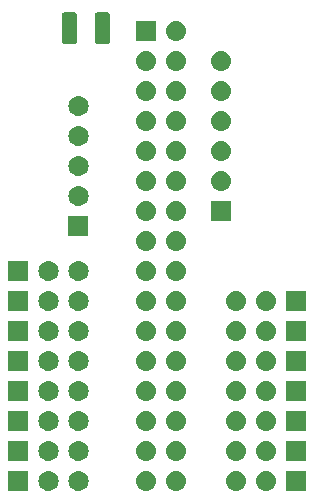
<source format=gbr>
G04 #@! TF.GenerationSoftware,KiCad,Pcbnew,(5.0.2)-1*
G04 #@! TF.CreationDate,2019-08-26T09:48:37-04:00*
G04 #@! TF.ProjectId,EPXX-GVS,45505858-2d47-4565-932e-6b696361645f,X2*
G04 #@! TF.SameCoordinates,Original*
G04 #@! TF.FileFunction,Soldermask,Top*
G04 #@! TF.FilePolarity,Negative*
%FSLAX46Y46*%
G04 Gerber Fmt 4.6, Leading zero omitted, Abs format (unit mm)*
G04 Created by KiCad (PCBNEW (5.0.2)-1) date 8/26/2019 9:48:37 AM*
%MOMM*%
%LPD*%
G01*
G04 APERTURE LIST*
%ADD10C,0.152400*%
G04 APERTURE END LIST*
D10*
G36*
X27520000Y-42760000D02*
X25820000Y-42760000D01*
X25820000Y-41060000D01*
X27520000Y-41060000D01*
X27520000Y-42760000D01*
X27520000Y-42760000D01*
G37*
G36*
X8421630Y-41072299D02*
X8581855Y-41120903D01*
X8729520Y-41199831D01*
X8858949Y-41306051D01*
X8965169Y-41435480D01*
X9044097Y-41583145D01*
X9092701Y-41743370D01*
X9109112Y-41910000D01*
X9092701Y-42076630D01*
X9044097Y-42236855D01*
X8965169Y-42384520D01*
X8858949Y-42513949D01*
X8729520Y-42620169D01*
X8581855Y-42699097D01*
X8421630Y-42747701D01*
X8296752Y-42760000D01*
X8213248Y-42760000D01*
X8088370Y-42747701D01*
X7928145Y-42699097D01*
X7780480Y-42620169D01*
X7651051Y-42513949D01*
X7544831Y-42384520D01*
X7465903Y-42236855D01*
X7417299Y-42076630D01*
X7400888Y-41910000D01*
X7417299Y-41743370D01*
X7465903Y-41583145D01*
X7544831Y-41435480D01*
X7651051Y-41306051D01*
X7780480Y-41199831D01*
X7928145Y-41120903D01*
X8088370Y-41072299D01*
X8213248Y-41060000D01*
X8296752Y-41060000D01*
X8421630Y-41072299D01*
X8421630Y-41072299D01*
G37*
G36*
X5881630Y-41072299D02*
X6041855Y-41120903D01*
X6189520Y-41199831D01*
X6318949Y-41306051D01*
X6425169Y-41435480D01*
X6504097Y-41583145D01*
X6552701Y-41743370D01*
X6569112Y-41910000D01*
X6552701Y-42076630D01*
X6504097Y-42236855D01*
X6425169Y-42384520D01*
X6318949Y-42513949D01*
X6189520Y-42620169D01*
X6041855Y-42699097D01*
X5881630Y-42747701D01*
X5756752Y-42760000D01*
X5673248Y-42760000D01*
X5548370Y-42747701D01*
X5388145Y-42699097D01*
X5240480Y-42620169D01*
X5111051Y-42513949D01*
X5004831Y-42384520D01*
X4925903Y-42236855D01*
X4877299Y-42076630D01*
X4860888Y-41910000D01*
X4877299Y-41743370D01*
X4925903Y-41583145D01*
X5004831Y-41435480D01*
X5111051Y-41306051D01*
X5240480Y-41199831D01*
X5388145Y-41120903D01*
X5548370Y-41072299D01*
X5673248Y-41060000D01*
X5756752Y-41060000D01*
X5881630Y-41072299D01*
X5881630Y-41072299D01*
G37*
G36*
X4025000Y-42760000D02*
X2325000Y-42760000D01*
X2325000Y-41060000D01*
X4025000Y-41060000D01*
X4025000Y-42760000D01*
X4025000Y-42760000D01*
G37*
G36*
X21756630Y-41072299D02*
X21916855Y-41120903D01*
X22064520Y-41199831D01*
X22193949Y-41306051D01*
X22300169Y-41435480D01*
X22379097Y-41583145D01*
X22427701Y-41743370D01*
X22444112Y-41910000D01*
X22427701Y-42076630D01*
X22379097Y-42236855D01*
X22300169Y-42384520D01*
X22193949Y-42513949D01*
X22064520Y-42620169D01*
X21916855Y-42699097D01*
X21756630Y-42747701D01*
X21631752Y-42760000D01*
X21548248Y-42760000D01*
X21423370Y-42747701D01*
X21263145Y-42699097D01*
X21115480Y-42620169D01*
X20986051Y-42513949D01*
X20879831Y-42384520D01*
X20800903Y-42236855D01*
X20752299Y-42076630D01*
X20735888Y-41910000D01*
X20752299Y-41743370D01*
X20800903Y-41583145D01*
X20879831Y-41435480D01*
X20986051Y-41306051D01*
X21115480Y-41199831D01*
X21263145Y-41120903D01*
X21423370Y-41072299D01*
X21548248Y-41060000D01*
X21631752Y-41060000D01*
X21756630Y-41072299D01*
X21756630Y-41072299D01*
G37*
G36*
X14136630Y-41072299D02*
X14296855Y-41120903D01*
X14444520Y-41199831D01*
X14573949Y-41306051D01*
X14680169Y-41435480D01*
X14759097Y-41583145D01*
X14807701Y-41743370D01*
X14824112Y-41910000D01*
X14807701Y-42076630D01*
X14759097Y-42236855D01*
X14680169Y-42384520D01*
X14573949Y-42513949D01*
X14444520Y-42620169D01*
X14296855Y-42699097D01*
X14136630Y-42747701D01*
X14011752Y-42760000D01*
X13928248Y-42760000D01*
X13803370Y-42747701D01*
X13643145Y-42699097D01*
X13495480Y-42620169D01*
X13366051Y-42513949D01*
X13259831Y-42384520D01*
X13180903Y-42236855D01*
X13132299Y-42076630D01*
X13115888Y-41910000D01*
X13132299Y-41743370D01*
X13180903Y-41583145D01*
X13259831Y-41435480D01*
X13366051Y-41306051D01*
X13495480Y-41199831D01*
X13643145Y-41120903D01*
X13803370Y-41072299D01*
X13928248Y-41060000D01*
X14011752Y-41060000D01*
X14136630Y-41072299D01*
X14136630Y-41072299D01*
G37*
G36*
X16676630Y-41072299D02*
X16836855Y-41120903D01*
X16984520Y-41199831D01*
X17113949Y-41306051D01*
X17220169Y-41435480D01*
X17299097Y-41583145D01*
X17347701Y-41743370D01*
X17364112Y-41910000D01*
X17347701Y-42076630D01*
X17299097Y-42236855D01*
X17220169Y-42384520D01*
X17113949Y-42513949D01*
X16984520Y-42620169D01*
X16836855Y-42699097D01*
X16676630Y-42747701D01*
X16551752Y-42760000D01*
X16468248Y-42760000D01*
X16343370Y-42747701D01*
X16183145Y-42699097D01*
X16035480Y-42620169D01*
X15906051Y-42513949D01*
X15799831Y-42384520D01*
X15720903Y-42236855D01*
X15672299Y-42076630D01*
X15655888Y-41910000D01*
X15672299Y-41743370D01*
X15720903Y-41583145D01*
X15799831Y-41435480D01*
X15906051Y-41306051D01*
X16035480Y-41199831D01*
X16183145Y-41120903D01*
X16343370Y-41072299D01*
X16468248Y-41060000D01*
X16551752Y-41060000D01*
X16676630Y-41072299D01*
X16676630Y-41072299D01*
G37*
G36*
X24296630Y-41072299D02*
X24456855Y-41120903D01*
X24604520Y-41199831D01*
X24733949Y-41306051D01*
X24840169Y-41435480D01*
X24919097Y-41583145D01*
X24967701Y-41743370D01*
X24984112Y-41910000D01*
X24967701Y-42076630D01*
X24919097Y-42236855D01*
X24840169Y-42384520D01*
X24733949Y-42513949D01*
X24604520Y-42620169D01*
X24456855Y-42699097D01*
X24296630Y-42747701D01*
X24171752Y-42760000D01*
X24088248Y-42760000D01*
X23963370Y-42747701D01*
X23803145Y-42699097D01*
X23655480Y-42620169D01*
X23526051Y-42513949D01*
X23419831Y-42384520D01*
X23340903Y-42236855D01*
X23292299Y-42076630D01*
X23275888Y-41910000D01*
X23292299Y-41743370D01*
X23340903Y-41583145D01*
X23419831Y-41435480D01*
X23526051Y-41306051D01*
X23655480Y-41199831D01*
X23803145Y-41120903D01*
X23963370Y-41072299D01*
X24088248Y-41060000D01*
X24171752Y-41060000D01*
X24296630Y-41072299D01*
X24296630Y-41072299D01*
G37*
G36*
X16676630Y-38532299D02*
X16836855Y-38580903D01*
X16984520Y-38659831D01*
X17113949Y-38766051D01*
X17220169Y-38895480D01*
X17299097Y-39043145D01*
X17347701Y-39203370D01*
X17364112Y-39370000D01*
X17347701Y-39536630D01*
X17299097Y-39696855D01*
X17220169Y-39844520D01*
X17113949Y-39973949D01*
X16984520Y-40080169D01*
X16836855Y-40159097D01*
X16676630Y-40207701D01*
X16551752Y-40220000D01*
X16468248Y-40220000D01*
X16343370Y-40207701D01*
X16183145Y-40159097D01*
X16035480Y-40080169D01*
X15906051Y-39973949D01*
X15799831Y-39844520D01*
X15720903Y-39696855D01*
X15672299Y-39536630D01*
X15655888Y-39370000D01*
X15672299Y-39203370D01*
X15720903Y-39043145D01*
X15799831Y-38895480D01*
X15906051Y-38766051D01*
X16035480Y-38659831D01*
X16183145Y-38580903D01*
X16343370Y-38532299D01*
X16468248Y-38520000D01*
X16551752Y-38520000D01*
X16676630Y-38532299D01*
X16676630Y-38532299D01*
G37*
G36*
X8421630Y-38532299D02*
X8581855Y-38580903D01*
X8729520Y-38659831D01*
X8858949Y-38766051D01*
X8965169Y-38895480D01*
X9044097Y-39043145D01*
X9092701Y-39203370D01*
X9109112Y-39370000D01*
X9092701Y-39536630D01*
X9044097Y-39696855D01*
X8965169Y-39844520D01*
X8858949Y-39973949D01*
X8729520Y-40080169D01*
X8581855Y-40159097D01*
X8421630Y-40207701D01*
X8296752Y-40220000D01*
X8213248Y-40220000D01*
X8088370Y-40207701D01*
X7928145Y-40159097D01*
X7780480Y-40080169D01*
X7651051Y-39973949D01*
X7544831Y-39844520D01*
X7465903Y-39696855D01*
X7417299Y-39536630D01*
X7400888Y-39370000D01*
X7417299Y-39203370D01*
X7465903Y-39043145D01*
X7544831Y-38895480D01*
X7651051Y-38766051D01*
X7780480Y-38659831D01*
X7928145Y-38580903D01*
X8088370Y-38532299D01*
X8213248Y-38520000D01*
X8296752Y-38520000D01*
X8421630Y-38532299D01*
X8421630Y-38532299D01*
G37*
G36*
X5881630Y-38532299D02*
X6041855Y-38580903D01*
X6189520Y-38659831D01*
X6318949Y-38766051D01*
X6425169Y-38895480D01*
X6504097Y-39043145D01*
X6552701Y-39203370D01*
X6569112Y-39370000D01*
X6552701Y-39536630D01*
X6504097Y-39696855D01*
X6425169Y-39844520D01*
X6318949Y-39973949D01*
X6189520Y-40080169D01*
X6041855Y-40159097D01*
X5881630Y-40207701D01*
X5756752Y-40220000D01*
X5673248Y-40220000D01*
X5548370Y-40207701D01*
X5388145Y-40159097D01*
X5240480Y-40080169D01*
X5111051Y-39973949D01*
X5004831Y-39844520D01*
X4925903Y-39696855D01*
X4877299Y-39536630D01*
X4860888Y-39370000D01*
X4877299Y-39203370D01*
X4925903Y-39043145D01*
X5004831Y-38895480D01*
X5111051Y-38766051D01*
X5240480Y-38659831D01*
X5388145Y-38580903D01*
X5548370Y-38532299D01*
X5673248Y-38520000D01*
X5756752Y-38520000D01*
X5881630Y-38532299D01*
X5881630Y-38532299D01*
G37*
G36*
X4025000Y-40220000D02*
X2325000Y-40220000D01*
X2325000Y-38520000D01*
X4025000Y-38520000D01*
X4025000Y-40220000D01*
X4025000Y-40220000D01*
G37*
G36*
X21756630Y-38532299D02*
X21916855Y-38580903D01*
X22064520Y-38659831D01*
X22193949Y-38766051D01*
X22300169Y-38895480D01*
X22379097Y-39043145D01*
X22427701Y-39203370D01*
X22444112Y-39370000D01*
X22427701Y-39536630D01*
X22379097Y-39696855D01*
X22300169Y-39844520D01*
X22193949Y-39973949D01*
X22064520Y-40080169D01*
X21916855Y-40159097D01*
X21756630Y-40207701D01*
X21631752Y-40220000D01*
X21548248Y-40220000D01*
X21423370Y-40207701D01*
X21263145Y-40159097D01*
X21115480Y-40080169D01*
X20986051Y-39973949D01*
X20879831Y-39844520D01*
X20800903Y-39696855D01*
X20752299Y-39536630D01*
X20735888Y-39370000D01*
X20752299Y-39203370D01*
X20800903Y-39043145D01*
X20879831Y-38895480D01*
X20986051Y-38766051D01*
X21115480Y-38659831D01*
X21263145Y-38580903D01*
X21423370Y-38532299D01*
X21548248Y-38520000D01*
X21631752Y-38520000D01*
X21756630Y-38532299D01*
X21756630Y-38532299D01*
G37*
G36*
X14136630Y-38532299D02*
X14296855Y-38580903D01*
X14444520Y-38659831D01*
X14573949Y-38766051D01*
X14680169Y-38895480D01*
X14759097Y-39043145D01*
X14807701Y-39203370D01*
X14824112Y-39370000D01*
X14807701Y-39536630D01*
X14759097Y-39696855D01*
X14680169Y-39844520D01*
X14573949Y-39973949D01*
X14444520Y-40080169D01*
X14296855Y-40159097D01*
X14136630Y-40207701D01*
X14011752Y-40220000D01*
X13928248Y-40220000D01*
X13803370Y-40207701D01*
X13643145Y-40159097D01*
X13495480Y-40080169D01*
X13366051Y-39973949D01*
X13259831Y-39844520D01*
X13180903Y-39696855D01*
X13132299Y-39536630D01*
X13115888Y-39370000D01*
X13132299Y-39203370D01*
X13180903Y-39043145D01*
X13259831Y-38895480D01*
X13366051Y-38766051D01*
X13495480Y-38659831D01*
X13643145Y-38580903D01*
X13803370Y-38532299D01*
X13928248Y-38520000D01*
X14011752Y-38520000D01*
X14136630Y-38532299D01*
X14136630Y-38532299D01*
G37*
G36*
X24296630Y-38532299D02*
X24456855Y-38580903D01*
X24604520Y-38659831D01*
X24733949Y-38766051D01*
X24840169Y-38895480D01*
X24919097Y-39043145D01*
X24967701Y-39203370D01*
X24984112Y-39370000D01*
X24967701Y-39536630D01*
X24919097Y-39696855D01*
X24840169Y-39844520D01*
X24733949Y-39973949D01*
X24604520Y-40080169D01*
X24456855Y-40159097D01*
X24296630Y-40207701D01*
X24171752Y-40220000D01*
X24088248Y-40220000D01*
X23963370Y-40207701D01*
X23803145Y-40159097D01*
X23655480Y-40080169D01*
X23526051Y-39973949D01*
X23419831Y-39844520D01*
X23340903Y-39696855D01*
X23292299Y-39536630D01*
X23275888Y-39370000D01*
X23292299Y-39203370D01*
X23340903Y-39043145D01*
X23419831Y-38895480D01*
X23526051Y-38766051D01*
X23655480Y-38659831D01*
X23803145Y-38580903D01*
X23963370Y-38532299D01*
X24088248Y-38520000D01*
X24171752Y-38520000D01*
X24296630Y-38532299D01*
X24296630Y-38532299D01*
G37*
G36*
X27520000Y-40220000D02*
X25820000Y-40220000D01*
X25820000Y-38520000D01*
X27520000Y-38520000D01*
X27520000Y-40220000D01*
X27520000Y-40220000D01*
G37*
G36*
X8421630Y-35992299D02*
X8581855Y-36040903D01*
X8729520Y-36119831D01*
X8858949Y-36226051D01*
X8965169Y-36355480D01*
X9044097Y-36503145D01*
X9092701Y-36663370D01*
X9109112Y-36830000D01*
X9092701Y-36996630D01*
X9044097Y-37156855D01*
X8965169Y-37304520D01*
X8858949Y-37433949D01*
X8729520Y-37540169D01*
X8581855Y-37619097D01*
X8421630Y-37667701D01*
X8296752Y-37680000D01*
X8213248Y-37680000D01*
X8088370Y-37667701D01*
X7928145Y-37619097D01*
X7780480Y-37540169D01*
X7651051Y-37433949D01*
X7544831Y-37304520D01*
X7465903Y-37156855D01*
X7417299Y-36996630D01*
X7400888Y-36830000D01*
X7417299Y-36663370D01*
X7465903Y-36503145D01*
X7544831Y-36355480D01*
X7651051Y-36226051D01*
X7780480Y-36119831D01*
X7928145Y-36040903D01*
X8088370Y-35992299D01*
X8213248Y-35980000D01*
X8296752Y-35980000D01*
X8421630Y-35992299D01*
X8421630Y-35992299D01*
G37*
G36*
X16676630Y-35992299D02*
X16836855Y-36040903D01*
X16984520Y-36119831D01*
X17113949Y-36226051D01*
X17220169Y-36355480D01*
X17299097Y-36503145D01*
X17347701Y-36663370D01*
X17364112Y-36830000D01*
X17347701Y-36996630D01*
X17299097Y-37156855D01*
X17220169Y-37304520D01*
X17113949Y-37433949D01*
X16984520Y-37540169D01*
X16836855Y-37619097D01*
X16676630Y-37667701D01*
X16551752Y-37680000D01*
X16468248Y-37680000D01*
X16343370Y-37667701D01*
X16183145Y-37619097D01*
X16035480Y-37540169D01*
X15906051Y-37433949D01*
X15799831Y-37304520D01*
X15720903Y-37156855D01*
X15672299Y-36996630D01*
X15655888Y-36830000D01*
X15672299Y-36663370D01*
X15720903Y-36503145D01*
X15799831Y-36355480D01*
X15906051Y-36226051D01*
X16035480Y-36119831D01*
X16183145Y-36040903D01*
X16343370Y-35992299D01*
X16468248Y-35980000D01*
X16551752Y-35980000D01*
X16676630Y-35992299D01*
X16676630Y-35992299D01*
G37*
G36*
X5881630Y-35992299D02*
X6041855Y-36040903D01*
X6189520Y-36119831D01*
X6318949Y-36226051D01*
X6425169Y-36355480D01*
X6504097Y-36503145D01*
X6552701Y-36663370D01*
X6569112Y-36830000D01*
X6552701Y-36996630D01*
X6504097Y-37156855D01*
X6425169Y-37304520D01*
X6318949Y-37433949D01*
X6189520Y-37540169D01*
X6041855Y-37619097D01*
X5881630Y-37667701D01*
X5756752Y-37680000D01*
X5673248Y-37680000D01*
X5548370Y-37667701D01*
X5388145Y-37619097D01*
X5240480Y-37540169D01*
X5111051Y-37433949D01*
X5004831Y-37304520D01*
X4925903Y-37156855D01*
X4877299Y-36996630D01*
X4860888Y-36830000D01*
X4877299Y-36663370D01*
X4925903Y-36503145D01*
X5004831Y-36355480D01*
X5111051Y-36226051D01*
X5240480Y-36119831D01*
X5388145Y-36040903D01*
X5548370Y-35992299D01*
X5673248Y-35980000D01*
X5756752Y-35980000D01*
X5881630Y-35992299D01*
X5881630Y-35992299D01*
G37*
G36*
X4025000Y-37680000D02*
X2325000Y-37680000D01*
X2325000Y-35980000D01*
X4025000Y-35980000D01*
X4025000Y-37680000D01*
X4025000Y-37680000D01*
G37*
G36*
X24296630Y-35992299D02*
X24456855Y-36040903D01*
X24604520Y-36119831D01*
X24733949Y-36226051D01*
X24840169Y-36355480D01*
X24919097Y-36503145D01*
X24967701Y-36663370D01*
X24984112Y-36830000D01*
X24967701Y-36996630D01*
X24919097Y-37156855D01*
X24840169Y-37304520D01*
X24733949Y-37433949D01*
X24604520Y-37540169D01*
X24456855Y-37619097D01*
X24296630Y-37667701D01*
X24171752Y-37680000D01*
X24088248Y-37680000D01*
X23963370Y-37667701D01*
X23803145Y-37619097D01*
X23655480Y-37540169D01*
X23526051Y-37433949D01*
X23419831Y-37304520D01*
X23340903Y-37156855D01*
X23292299Y-36996630D01*
X23275888Y-36830000D01*
X23292299Y-36663370D01*
X23340903Y-36503145D01*
X23419831Y-36355480D01*
X23526051Y-36226051D01*
X23655480Y-36119831D01*
X23803145Y-36040903D01*
X23963370Y-35992299D01*
X24088248Y-35980000D01*
X24171752Y-35980000D01*
X24296630Y-35992299D01*
X24296630Y-35992299D01*
G37*
G36*
X14136630Y-35992299D02*
X14296855Y-36040903D01*
X14444520Y-36119831D01*
X14573949Y-36226051D01*
X14680169Y-36355480D01*
X14759097Y-36503145D01*
X14807701Y-36663370D01*
X14824112Y-36830000D01*
X14807701Y-36996630D01*
X14759097Y-37156855D01*
X14680169Y-37304520D01*
X14573949Y-37433949D01*
X14444520Y-37540169D01*
X14296855Y-37619097D01*
X14136630Y-37667701D01*
X14011752Y-37680000D01*
X13928248Y-37680000D01*
X13803370Y-37667701D01*
X13643145Y-37619097D01*
X13495480Y-37540169D01*
X13366051Y-37433949D01*
X13259831Y-37304520D01*
X13180903Y-37156855D01*
X13132299Y-36996630D01*
X13115888Y-36830000D01*
X13132299Y-36663370D01*
X13180903Y-36503145D01*
X13259831Y-36355480D01*
X13366051Y-36226051D01*
X13495480Y-36119831D01*
X13643145Y-36040903D01*
X13803370Y-35992299D01*
X13928248Y-35980000D01*
X14011752Y-35980000D01*
X14136630Y-35992299D01*
X14136630Y-35992299D01*
G37*
G36*
X27520000Y-37680000D02*
X25820000Y-37680000D01*
X25820000Y-35980000D01*
X27520000Y-35980000D01*
X27520000Y-37680000D01*
X27520000Y-37680000D01*
G37*
G36*
X21756630Y-35992299D02*
X21916855Y-36040903D01*
X22064520Y-36119831D01*
X22193949Y-36226051D01*
X22300169Y-36355480D01*
X22379097Y-36503145D01*
X22427701Y-36663370D01*
X22444112Y-36830000D01*
X22427701Y-36996630D01*
X22379097Y-37156855D01*
X22300169Y-37304520D01*
X22193949Y-37433949D01*
X22064520Y-37540169D01*
X21916855Y-37619097D01*
X21756630Y-37667701D01*
X21631752Y-37680000D01*
X21548248Y-37680000D01*
X21423370Y-37667701D01*
X21263145Y-37619097D01*
X21115480Y-37540169D01*
X20986051Y-37433949D01*
X20879831Y-37304520D01*
X20800903Y-37156855D01*
X20752299Y-36996630D01*
X20735888Y-36830000D01*
X20752299Y-36663370D01*
X20800903Y-36503145D01*
X20879831Y-36355480D01*
X20986051Y-36226051D01*
X21115480Y-36119831D01*
X21263145Y-36040903D01*
X21423370Y-35992299D01*
X21548248Y-35980000D01*
X21631752Y-35980000D01*
X21756630Y-35992299D01*
X21756630Y-35992299D01*
G37*
G36*
X16676630Y-33452299D02*
X16836855Y-33500903D01*
X16984520Y-33579831D01*
X17113949Y-33686051D01*
X17220169Y-33815480D01*
X17299097Y-33963145D01*
X17347701Y-34123370D01*
X17364112Y-34290000D01*
X17347701Y-34456630D01*
X17299097Y-34616855D01*
X17220169Y-34764520D01*
X17113949Y-34893949D01*
X16984520Y-35000169D01*
X16836855Y-35079097D01*
X16676630Y-35127701D01*
X16551752Y-35140000D01*
X16468248Y-35140000D01*
X16343370Y-35127701D01*
X16183145Y-35079097D01*
X16035480Y-35000169D01*
X15906051Y-34893949D01*
X15799831Y-34764520D01*
X15720903Y-34616855D01*
X15672299Y-34456630D01*
X15655888Y-34290000D01*
X15672299Y-34123370D01*
X15720903Y-33963145D01*
X15799831Y-33815480D01*
X15906051Y-33686051D01*
X16035480Y-33579831D01*
X16183145Y-33500903D01*
X16343370Y-33452299D01*
X16468248Y-33440000D01*
X16551752Y-33440000D01*
X16676630Y-33452299D01*
X16676630Y-33452299D01*
G37*
G36*
X4025000Y-35140000D02*
X2325000Y-35140000D01*
X2325000Y-33440000D01*
X4025000Y-33440000D01*
X4025000Y-35140000D01*
X4025000Y-35140000D01*
G37*
G36*
X14136630Y-33452299D02*
X14296855Y-33500903D01*
X14444520Y-33579831D01*
X14573949Y-33686051D01*
X14680169Y-33815480D01*
X14759097Y-33963145D01*
X14807701Y-34123370D01*
X14824112Y-34290000D01*
X14807701Y-34456630D01*
X14759097Y-34616855D01*
X14680169Y-34764520D01*
X14573949Y-34893949D01*
X14444520Y-35000169D01*
X14296855Y-35079097D01*
X14136630Y-35127701D01*
X14011752Y-35140000D01*
X13928248Y-35140000D01*
X13803370Y-35127701D01*
X13643145Y-35079097D01*
X13495480Y-35000169D01*
X13366051Y-34893949D01*
X13259831Y-34764520D01*
X13180903Y-34616855D01*
X13132299Y-34456630D01*
X13115888Y-34290000D01*
X13132299Y-34123370D01*
X13180903Y-33963145D01*
X13259831Y-33815480D01*
X13366051Y-33686051D01*
X13495480Y-33579831D01*
X13643145Y-33500903D01*
X13803370Y-33452299D01*
X13928248Y-33440000D01*
X14011752Y-33440000D01*
X14136630Y-33452299D01*
X14136630Y-33452299D01*
G37*
G36*
X5881630Y-33452299D02*
X6041855Y-33500903D01*
X6189520Y-33579831D01*
X6318949Y-33686051D01*
X6425169Y-33815480D01*
X6504097Y-33963145D01*
X6552701Y-34123370D01*
X6569112Y-34290000D01*
X6552701Y-34456630D01*
X6504097Y-34616855D01*
X6425169Y-34764520D01*
X6318949Y-34893949D01*
X6189520Y-35000169D01*
X6041855Y-35079097D01*
X5881630Y-35127701D01*
X5756752Y-35140000D01*
X5673248Y-35140000D01*
X5548370Y-35127701D01*
X5388145Y-35079097D01*
X5240480Y-35000169D01*
X5111051Y-34893949D01*
X5004831Y-34764520D01*
X4925903Y-34616855D01*
X4877299Y-34456630D01*
X4860888Y-34290000D01*
X4877299Y-34123370D01*
X4925903Y-33963145D01*
X5004831Y-33815480D01*
X5111051Y-33686051D01*
X5240480Y-33579831D01*
X5388145Y-33500903D01*
X5548370Y-33452299D01*
X5673248Y-33440000D01*
X5756752Y-33440000D01*
X5881630Y-33452299D01*
X5881630Y-33452299D01*
G37*
G36*
X8421630Y-33452299D02*
X8581855Y-33500903D01*
X8729520Y-33579831D01*
X8858949Y-33686051D01*
X8965169Y-33815480D01*
X9044097Y-33963145D01*
X9092701Y-34123370D01*
X9109112Y-34290000D01*
X9092701Y-34456630D01*
X9044097Y-34616855D01*
X8965169Y-34764520D01*
X8858949Y-34893949D01*
X8729520Y-35000169D01*
X8581855Y-35079097D01*
X8421630Y-35127701D01*
X8296752Y-35140000D01*
X8213248Y-35140000D01*
X8088370Y-35127701D01*
X7928145Y-35079097D01*
X7780480Y-35000169D01*
X7651051Y-34893949D01*
X7544831Y-34764520D01*
X7465903Y-34616855D01*
X7417299Y-34456630D01*
X7400888Y-34290000D01*
X7417299Y-34123370D01*
X7465903Y-33963145D01*
X7544831Y-33815480D01*
X7651051Y-33686051D01*
X7780480Y-33579831D01*
X7928145Y-33500903D01*
X8088370Y-33452299D01*
X8213248Y-33440000D01*
X8296752Y-33440000D01*
X8421630Y-33452299D01*
X8421630Y-33452299D01*
G37*
G36*
X21756630Y-33452299D02*
X21916855Y-33500903D01*
X22064520Y-33579831D01*
X22193949Y-33686051D01*
X22300169Y-33815480D01*
X22379097Y-33963145D01*
X22427701Y-34123370D01*
X22444112Y-34290000D01*
X22427701Y-34456630D01*
X22379097Y-34616855D01*
X22300169Y-34764520D01*
X22193949Y-34893949D01*
X22064520Y-35000169D01*
X21916855Y-35079097D01*
X21756630Y-35127701D01*
X21631752Y-35140000D01*
X21548248Y-35140000D01*
X21423370Y-35127701D01*
X21263145Y-35079097D01*
X21115480Y-35000169D01*
X20986051Y-34893949D01*
X20879831Y-34764520D01*
X20800903Y-34616855D01*
X20752299Y-34456630D01*
X20735888Y-34290000D01*
X20752299Y-34123370D01*
X20800903Y-33963145D01*
X20879831Y-33815480D01*
X20986051Y-33686051D01*
X21115480Y-33579831D01*
X21263145Y-33500903D01*
X21423370Y-33452299D01*
X21548248Y-33440000D01*
X21631752Y-33440000D01*
X21756630Y-33452299D01*
X21756630Y-33452299D01*
G37*
G36*
X24296630Y-33452299D02*
X24456855Y-33500903D01*
X24604520Y-33579831D01*
X24733949Y-33686051D01*
X24840169Y-33815480D01*
X24919097Y-33963145D01*
X24967701Y-34123370D01*
X24984112Y-34290000D01*
X24967701Y-34456630D01*
X24919097Y-34616855D01*
X24840169Y-34764520D01*
X24733949Y-34893949D01*
X24604520Y-35000169D01*
X24456855Y-35079097D01*
X24296630Y-35127701D01*
X24171752Y-35140000D01*
X24088248Y-35140000D01*
X23963370Y-35127701D01*
X23803145Y-35079097D01*
X23655480Y-35000169D01*
X23526051Y-34893949D01*
X23419831Y-34764520D01*
X23340903Y-34616855D01*
X23292299Y-34456630D01*
X23275888Y-34290000D01*
X23292299Y-34123370D01*
X23340903Y-33963145D01*
X23419831Y-33815480D01*
X23526051Y-33686051D01*
X23655480Y-33579831D01*
X23803145Y-33500903D01*
X23963370Y-33452299D01*
X24088248Y-33440000D01*
X24171752Y-33440000D01*
X24296630Y-33452299D01*
X24296630Y-33452299D01*
G37*
G36*
X27520000Y-35140000D02*
X25820000Y-35140000D01*
X25820000Y-33440000D01*
X27520000Y-33440000D01*
X27520000Y-35140000D01*
X27520000Y-35140000D01*
G37*
G36*
X8421630Y-30912299D02*
X8581855Y-30960903D01*
X8729520Y-31039831D01*
X8858949Y-31146051D01*
X8965169Y-31275480D01*
X9044097Y-31423145D01*
X9092701Y-31583370D01*
X9109112Y-31750000D01*
X9092701Y-31916630D01*
X9044097Y-32076855D01*
X8965169Y-32224520D01*
X8858949Y-32353949D01*
X8729520Y-32460169D01*
X8581855Y-32539097D01*
X8421630Y-32587701D01*
X8296752Y-32600000D01*
X8213248Y-32600000D01*
X8088370Y-32587701D01*
X7928145Y-32539097D01*
X7780480Y-32460169D01*
X7651051Y-32353949D01*
X7544831Y-32224520D01*
X7465903Y-32076855D01*
X7417299Y-31916630D01*
X7400888Y-31750000D01*
X7417299Y-31583370D01*
X7465903Y-31423145D01*
X7544831Y-31275480D01*
X7651051Y-31146051D01*
X7780480Y-31039831D01*
X7928145Y-30960903D01*
X8088370Y-30912299D01*
X8213248Y-30900000D01*
X8296752Y-30900000D01*
X8421630Y-30912299D01*
X8421630Y-30912299D01*
G37*
G36*
X16676630Y-30912299D02*
X16836855Y-30960903D01*
X16984520Y-31039831D01*
X17113949Y-31146051D01*
X17220169Y-31275480D01*
X17299097Y-31423145D01*
X17347701Y-31583370D01*
X17364112Y-31750000D01*
X17347701Y-31916630D01*
X17299097Y-32076855D01*
X17220169Y-32224520D01*
X17113949Y-32353949D01*
X16984520Y-32460169D01*
X16836855Y-32539097D01*
X16676630Y-32587701D01*
X16551752Y-32600000D01*
X16468248Y-32600000D01*
X16343370Y-32587701D01*
X16183145Y-32539097D01*
X16035480Y-32460169D01*
X15906051Y-32353949D01*
X15799831Y-32224520D01*
X15720903Y-32076855D01*
X15672299Y-31916630D01*
X15655888Y-31750000D01*
X15672299Y-31583370D01*
X15720903Y-31423145D01*
X15799831Y-31275480D01*
X15906051Y-31146051D01*
X16035480Y-31039831D01*
X16183145Y-30960903D01*
X16343370Y-30912299D01*
X16468248Y-30900000D01*
X16551752Y-30900000D01*
X16676630Y-30912299D01*
X16676630Y-30912299D01*
G37*
G36*
X14136630Y-30912299D02*
X14296855Y-30960903D01*
X14444520Y-31039831D01*
X14573949Y-31146051D01*
X14680169Y-31275480D01*
X14759097Y-31423145D01*
X14807701Y-31583370D01*
X14824112Y-31750000D01*
X14807701Y-31916630D01*
X14759097Y-32076855D01*
X14680169Y-32224520D01*
X14573949Y-32353949D01*
X14444520Y-32460169D01*
X14296855Y-32539097D01*
X14136630Y-32587701D01*
X14011752Y-32600000D01*
X13928248Y-32600000D01*
X13803370Y-32587701D01*
X13643145Y-32539097D01*
X13495480Y-32460169D01*
X13366051Y-32353949D01*
X13259831Y-32224520D01*
X13180903Y-32076855D01*
X13132299Y-31916630D01*
X13115888Y-31750000D01*
X13132299Y-31583370D01*
X13180903Y-31423145D01*
X13259831Y-31275480D01*
X13366051Y-31146051D01*
X13495480Y-31039831D01*
X13643145Y-30960903D01*
X13803370Y-30912299D01*
X13928248Y-30900000D01*
X14011752Y-30900000D01*
X14136630Y-30912299D01*
X14136630Y-30912299D01*
G37*
G36*
X21756630Y-30912299D02*
X21916855Y-30960903D01*
X22064520Y-31039831D01*
X22193949Y-31146051D01*
X22300169Y-31275480D01*
X22379097Y-31423145D01*
X22427701Y-31583370D01*
X22444112Y-31750000D01*
X22427701Y-31916630D01*
X22379097Y-32076855D01*
X22300169Y-32224520D01*
X22193949Y-32353949D01*
X22064520Y-32460169D01*
X21916855Y-32539097D01*
X21756630Y-32587701D01*
X21631752Y-32600000D01*
X21548248Y-32600000D01*
X21423370Y-32587701D01*
X21263145Y-32539097D01*
X21115480Y-32460169D01*
X20986051Y-32353949D01*
X20879831Y-32224520D01*
X20800903Y-32076855D01*
X20752299Y-31916630D01*
X20735888Y-31750000D01*
X20752299Y-31583370D01*
X20800903Y-31423145D01*
X20879831Y-31275480D01*
X20986051Y-31146051D01*
X21115480Y-31039831D01*
X21263145Y-30960903D01*
X21423370Y-30912299D01*
X21548248Y-30900000D01*
X21631752Y-30900000D01*
X21756630Y-30912299D01*
X21756630Y-30912299D01*
G37*
G36*
X4025000Y-32600000D02*
X2325000Y-32600000D01*
X2325000Y-30900000D01*
X4025000Y-30900000D01*
X4025000Y-32600000D01*
X4025000Y-32600000D01*
G37*
G36*
X24296630Y-30912299D02*
X24456855Y-30960903D01*
X24604520Y-31039831D01*
X24733949Y-31146051D01*
X24840169Y-31275480D01*
X24919097Y-31423145D01*
X24967701Y-31583370D01*
X24984112Y-31750000D01*
X24967701Y-31916630D01*
X24919097Y-32076855D01*
X24840169Y-32224520D01*
X24733949Y-32353949D01*
X24604520Y-32460169D01*
X24456855Y-32539097D01*
X24296630Y-32587701D01*
X24171752Y-32600000D01*
X24088248Y-32600000D01*
X23963370Y-32587701D01*
X23803145Y-32539097D01*
X23655480Y-32460169D01*
X23526051Y-32353949D01*
X23419831Y-32224520D01*
X23340903Y-32076855D01*
X23292299Y-31916630D01*
X23275888Y-31750000D01*
X23292299Y-31583370D01*
X23340903Y-31423145D01*
X23419831Y-31275480D01*
X23526051Y-31146051D01*
X23655480Y-31039831D01*
X23803145Y-30960903D01*
X23963370Y-30912299D01*
X24088248Y-30900000D01*
X24171752Y-30900000D01*
X24296630Y-30912299D01*
X24296630Y-30912299D01*
G37*
G36*
X27520000Y-32600000D02*
X25820000Y-32600000D01*
X25820000Y-30900000D01*
X27520000Y-30900000D01*
X27520000Y-32600000D01*
X27520000Y-32600000D01*
G37*
G36*
X5881630Y-30912299D02*
X6041855Y-30960903D01*
X6189520Y-31039831D01*
X6318949Y-31146051D01*
X6425169Y-31275480D01*
X6504097Y-31423145D01*
X6552701Y-31583370D01*
X6569112Y-31750000D01*
X6552701Y-31916630D01*
X6504097Y-32076855D01*
X6425169Y-32224520D01*
X6318949Y-32353949D01*
X6189520Y-32460169D01*
X6041855Y-32539097D01*
X5881630Y-32587701D01*
X5756752Y-32600000D01*
X5673248Y-32600000D01*
X5548370Y-32587701D01*
X5388145Y-32539097D01*
X5240480Y-32460169D01*
X5111051Y-32353949D01*
X5004831Y-32224520D01*
X4925903Y-32076855D01*
X4877299Y-31916630D01*
X4860888Y-31750000D01*
X4877299Y-31583370D01*
X4925903Y-31423145D01*
X5004831Y-31275480D01*
X5111051Y-31146051D01*
X5240480Y-31039831D01*
X5388145Y-30960903D01*
X5548370Y-30912299D01*
X5673248Y-30900000D01*
X5756752Y-30900000D01*
X5881630Y-30912299D01*
X5881630Y-30912299D01*
G37*
G36*
X16676630Y-28372299D02*
X16836855Y-28420903D01*
X16984520Y-28499831D01*
X17113949Y-28606051D01*
X17220169Y-28735480D01*
X17299097Y-28883145D01*
X17347701Y-29043370D01*
X17364112Y-29210000D01*
X17347701Y-29376630D01*
X17299097Y-29536855D01*
X17220169Y-29684520D01*
X17113949Y-29813949D01*
X16984520Y-29920169D01*
X16836855Y-29999097D01*
X16676630Y-30047701D01*
X16551752Y-30060000D01*
X16468248Y-30060000D01*
X16343370Y-30047701D01*
X16183145Y-29999097D01*
X16035480Y-29920169D01*
X15906051Y-29813949D01*
X15799831Y-29684520D01*
X15720903Y-29536855D01*
X15672299Y-29376630D01*
X15655888Y-29210000D01*
X15672299Y-29043370D01*
X15720903Y-28883145D01*
X15799831Y-28735480D01*
X15906051Y-28606051D01*
X16035480Y-28499831D01*
X16183145Y-28420903D01*
X16343370Y-28372299D01*
X16468248Y-28360000D01*
X16551752Y-28360000D01*
X16676630Y-28372299D01*
X16676630Y-28372299D01*
G37*
G36*
X14136630Y-28372299D02*
X14296855Y-28420903D01*
X14444520Y-28499831D01*
X14573949Y-28606051D01*
X14680169Y-28735480D01*
X14759097Y-28883145D01*
X14807701Y-29043370D01*
X14824112Y-29210000D01*
X14807701Y-29376630D01*
X14759097Y-29536855D01*
X14680169Y-29684520D01*
X14573949Y-29813949D01*
X14444520Y-29920169D01*
X14296855Y-29999097D01*
X14136630Y-30047701D01*
X14011752Y-30060000D01*
X13928248Y-30060000D01*
X13803370Y-30047701D01*
X13643145Y-29999097D01*
X13495480Y-29920169D01*
X13366051Y-29813949D01*
X13259831Y-29684520D01*
X13180903Y-29536855D01*
X13132299Y-29376630D01*
X13115888Y-29210000D01*
X13132299Y-29043370D01*
X13180903Y-28883145D01*
X13259831Y-28735480D01*
X13366051Y-28606051D01*
X13495480Y-28499831D01*
X13643145Y-28420903D01*
X13803370Y-28372299D01*
X13928248Y-28360000D01*
X14011752Y-28360000D01*
X14136630Y-28372299D01*
X14136630Y-28372299D01*
G37*
G36*
X24296630Y-28372299D02*
X24456855Y-28420903D01*
X24604520Y-28499831D01*
X24733949Y-28606051D01*
X24840169Y-28735480D01*
X24919097Y-28883145D01*
X24967701Y-29043370D01*
X24984112Y-29210000D01*
X24967701Y-29376630D01*
X24919097Y-29536855D01*
X24840169Y-29684520D01*
X24733949Y-29813949D01*
X24604520Y-29920169D01*
X24456855Y-29999097D01*
X24296630Y-30047701D01*
X24171752Y-30060000D01*
X24088248Y-30060000D01*
X23963370Y-30047701D01*
X23803145Y-29999097D01*
X23655480Y-29920169D01*
X23526051Y-29813949D01*
X23419831Y-29684520D01*
X23340903Y-29536855D01*
X23292299Y-29376630D01*
X23275888Y-29210000D01*
X23292299Y-29043370D01*
X23340903Y-28883145D01*
X23419831Y-28735480D01*
X23526051Y-28606051D01*
X23655480Y-28499831D01*
X23803145Y-28420903D01*
X23963370Y-28372299D01*
X24088248Y-28360000D01*
X24171752Y-28360000D01*
X24296630Y-28372299D01*
X24296630Y-28372299D01*
G37*
G36*
X27520000Y-30060000D02*
X25820000Y-30060000D01*
X25820000Y-28360000D01*
X27520000Y-28360000D01*
X27520000Y-30060000D01*
X27520000Y-30060000D01*
G37*
G36*
X5881630Y-28372299D02*
X6041855Y-28420903D01*
X6189520Y-28499831D01*
X6318949Y-28606051D01*
X6425169Y-28735480D01*
X6504097Y-28883145D01*
X6552701Y-29043370D01*
X6569112Y-29210000D01*
X6552701Y-29376630D01*
X6504097Y-29536855D01*
X6425169Y-29684520D01*
X6318949Y-29813949D01*
X6189520Y-29920169D01*
X6041855Y-29999097D01*
X5881630Y-30047701D01*
X5756752Y-30060000D01*
X5673248Y-30060000D01*
X5548370Y-30047701D01*
X5388145Y-29999097D01*
X5240480Y-29920169D01*
X5111051Y-29813949D01*
X5004831Y-29684520D01*
X4925903Y-29536855D01*
X4877299Y-29376630D01*
X4860888Y-29210000D01*
X4877299Y-29043370D01*
X4925903Y-28883145D01*
X5004831Y-28735480D01*
X5111051Y-28606051D01*
X5240480Y-28499831D01*
X5388145Y-28420903D01*
X5548370Y-28372299D01*
X5673248Y-28360000D01*
X5756752Y-28360000D01*
X5881630Y-28372299D01*
X5881630Y-28372299D01*
G37*
G36*
X8421630Y-28372299D02*
X8581855Y-28420903D01*
X8729520Y-28499831D01*
X8858949Y-28606051D01*
X8965169Y-28735480D01*
X9044097Y-28883145D01*
X9092701Y-29043370D01*
X9109112Y-29210000D01*
X9092701Y-29376630D01*
X9044097Y-29536855D01*
X8965169Y-29684520D01*
X8858949Y-29813949D01*
X8729520Y-29920169D01*
X8581855Y-29999097D01*
X8421630Y-30047701D01*
X8296752Y-30060000D01*
X8213248Y-30060000D01*
X8088370Y-30047701D01*
X7928145Y-29999097D01*
X7780480Y-29920169D01*
X7651051Y-29813949D01*
X7544831Y-29684520D01*
X7465903Y-29536855D01*
X7417299Y-29376630D01*
X7400888Y-29210000D01*
X7417299Y-29043370D01*
X7465903Y-28883145D01*
X7544831Y-28735480D01*
X7651051Y-28606051D01*
X7780480Y-28499831D01*
X7928145Y-28420903D01*
X8088370Y-28372299D01*
X8213248Y-28360000D01*
X8296752Y-28360000D01*
X8421630Y-28372299D01*
X8421630Y-28372299D01*
G37*
G36*
X4025000Y-30060000D02*
X2325000Y-30060000D01*
X2325000Y-28360000D01*
X4025000Y-28360000D01*
X4025000Y-30060000D01*
X4025000Y-30060000D01*
G37*
G36*
X21756630Y-28372299D02*
X21916855Y-28420903D01*
X22064520Y-28499831D01*
X22193949Y-28606051D01*
X22300169Y-28735480D01*
X22379097Y-28883145D01*
X22427701Y-29043370D01*
X22444112Y-29210000D01*
X22427701Y-29376630D01*
X22379097Y-29536855D01*
X22300169Y-29684520D01*
X22193949Y-29813949D01*
X22064520Y-29920169D01*
X21916855Y-29999097D01*
X21756630Y-30047701D01*
X21631752Y-30060000D01*
X21548248Y-30060000D01*
X21423370Y-30047701D01*
X21263145Y-29999097D01*
X21115480Y-29920169D01*
X20986051Y-29813949D01*
X20879831Y-29684520D01*
X20800903Y-29536855D01*
X20752299Y-29376630D01*
X20735888Y-29210000D01*
X20752299Y-29043370D01*
X20800903Y-28883145D01*
X20879831Y-28735480D01*
X20986051Y-28606051D01*
X21115480Y-28499831D01*
X21263145Y-28420903D01*
X21423370Y-28372299D01*
X21548248Y-28360000D01*
X21631752Y-28360000D01*
X21756630Y-28372299D01*
X21756630Y-28372299D01*
G37*
G36*
X24296630Y-25832299D02*
X24456855Y-25880903D01*
X24604520Y-25959831D01*
X24733949Y-26066051D01*
X24840169Y-26195480D01*
X24919097Y-26343145D01*
X24967701Y-26503370D01*
X24984112Y-26670000D01*
X24967701Y-26836630D01*
X24919097Y-26996855D01*
X24840169Y-27144520D01*
X24733949Y-27273949D01*
X24604520Y-27380169D01*
X24456855Y-27459097D01*
X24296630Y-27507701D01*
X24171752Y-27520000D01*
X24088248Y-27520000D01*
X23963370Y-27507701D01*
X23803145Y-27459097D01*
X23655480Y-27380169D01*
X23526051Y-27273949D01*
X23419831Y-27144520D01*
X23340903Y-26996855D01*
X23292299Y-26836630D01*
X23275888Y-26670000D01*
X23292299Y-26503370D01*
X23340903Y-26343145D01*
X23419831Y-26195480D01*
X23526051Y-26066051D01*
X23655480Y-25959831D01*
X23803145Y-25880903D01*
X23963370Y-25832299D01*
X24088248Y-25820000D01*
X24171752Y-25820000D01*
X24296630Y-25832299D01*
X24296630Y-25832299D01*
G37*
G36*
X14136630Y-25832299D02*
X14296855Y-25880903D01*
X14444520Y-25959831D01*
X14573949Y-26066051D01*
X14680169Y-26195480D01*
X14759097Y-26343145D01*
X14807701Y-26503370D01*
X14824112Y-26670000D01*
X14807701Y-26836630D01*
X14759097Y-26996855D01*
X14680169Y-27144520D01*
X14573949Y-27273949D01*
X14444520Y-27380169D01*
X14296855Y-27459097D01*
X14136630Y-27507701D01*
X14011752Y-27520000D01*
X13928248Y-27520000D01*
X13803370Y-27507701D01*
X13643145Y-27459097D01*
X13495480Y-27380169D01*
X13366051Y-27273949D01*
X13259831Y-27144520D01*
X13180903Y-26996855D01*
X13132299Y-26836630D01*
X13115888Y-26670000D01*
X13132299Y-26503370D01*
X13180903Y-26343145D01*
X13259831Y-26195480D01*
X13366051Y-26066051D01*
X13495480Y-25959831D01*
X13643145Y-25880903D01*
X13803370Y-25832299D01*
X13928248Y-25820000D01*
X14011752Y-25820000D01*
X14136630Y-25832299D01*
X14136630Y-25832299D01*
G37*
G36*
X16676630Y-25832299D02*
X16836855Y-25880903D01*
X16984520Y-25959831D01*
X17113949Y-26066051D01*
X17220169Y-26195480D01*
X17299097Y-26343145D01*
X17347701Y-26503370D01*
X17364112Y-26670000D01*
X17347701Y-26836630D01*
X17299097Y-26996855D01*
X17220169Y-27144520D01*
X17113949Y-27273949D01*
X16984520Y-27380169D01*
X16836855Y-27459097D01*
X16676630Y-27507701D01*
X16551752Y-27520000D01*
X16468248Y-27520000D01*
X16343370Y-27507701D01*
X16183145Y-27459097D01*
X16035480Y-27380169D01*
X15906051Y-27273949D01*
X15799831Y-27144520D01*
X15720903Y-26996855D01*
X15672299Y-26836630D01*
X15655888Y-26670000D01*
X15672299Y-26503370D01*
X15720903Y-26343145D01*
X15799831Y-26195480D01*
X15906051Y-26066051D01*
X16035480Y-25959831D01*
X16183145Y-25880903D01*
X16343370Y-25832299D01*
X16468248Y-25820000D01*
X16551752Y-25820000D01*
X16676630Y-25832299D01*
X16676630Y-25832299D01*
G37*
G36*
X8421630Y-25832299D02*
X8581855Y-25880903D01*
X8729520Y-25959831D01*
X8858949Y-26066051D01*
X8965169Y-26195480D01*
X9044097Y-26343145D01*
X9092701Y-26503370D01*
X9109112Y-26670000D01*
X9092701Y-26836630D01*
X9044097Y-26996855D01*
X8965169Y-27144520D01*
X8858949Y-27273949D01*
X8729520Y-27380169D01*
X8581855Y-27459097D01*
X8421630Y-27507701D01*
X8296752Y-27520000D01*
X8213248Y-27520000D01*
X8088370Y-27507701D01*
X7928145Y-27459097D01*
X7780480Y-27380169D01*
X7651051Y-27273949D01*
X7544831Y-27144520D01*
X7465903Y-26996855D01*
X7417299Y-26836630D01*
X7400888Y-26670000D01*
X7417299Y-26503370D01*
X7465903Y-26343145D01*
X7544831Y-26195480D01*
X7651051Y-26066051D01*
X7780480Y-25959831D01*
X7928145Y-25880903D01*
X8088370Y-25832299D01*
X8213248Y-25820000D01*
X8296752Y-25820000D01*
X8421630Y-25832299D01*
X8421630Y-25832299D01*
G37*
G36*
X21756630Y-25832299D02*
X21916855Y-25880903D01*
X22064520Y-25959831D01*
X22193949Y-26066051D01*
X22300169Y-26195480D01*
X22379097Y-26343145D01*
X22427701Y-26503370D01*
X22444112Y-26670000D01*
X22427701Y-26836630D01*
X22379097Y-26996855D01*
X22300169Y-27144520D01*
X22193949Y-27273949D01*
X22064520Y-27380169D01*
X21916855Y-27459097D01*
X21756630Y-27507701D01*
X21631752Y-27520000D01*
X21548248Y-27520000D01*
X21423370Y-27507701D01*
X21263145Y-27459097D01*
X21115480Y-27380169D01*
X20986051Y-27273949D01*
X20879831Y-27144520D01*
X20800903Y-26996855D01*
X20752299Y-26836630D01*
X20735888Y-26670000D01*
X20752299Y-26503370D01*
X20800903Y-26343145D01*
X20879831Y-26195480D01*
X20986051Y-26066051D01*
X21115480Y-25959831D01*
X21263145Y-25880903D01*
X21423370Y-25832299D01*
X21548248Y-25820000D01*
X21631752Y-25820000D01*
X21756630Y-25832299D01*
X21756630Y-25832299D01*
G37*
G36*
X27520000Y-27520000D02*
X25820000Y-27520000D01*
X25820000Y-25820000D01*
X27520000Y-25820000D01*
X27520000Y-27520000D01*
X27520000Y-27520000D01*
G37*
G36*
X4025000Y-27520000D02*
X2325000Y-27520000D01*
X2325000Y-25820000D01*
X4025000Y-25820000D01*
X4025000Y-27520000D01*
X4025000Y-27520000D01*
G37*
G36*
X5881630Y-25832299D02*
X6041855Y-25880903D01*
X6189520Y-25959831D01*
X6318949Y-26066051D01*
X6425169Y-26195480D01*
X6504097Y-26343145D01*
X6552701Y-26503370D01*
X6569112Y-26670000D01*
X6552701Y-26836630D01*
X6504097Y-26996855D01*
X6425169Y-27144520D01*
X6318949Y-27273949D01*
X6189520Y-27380169D01*
X6041855Y-27459097D01*
X5881630Y-27507701D01*
X5756752Y-27520000D01*
X5673248Y-27520000D01*
X5548370Y-27507701D01*
X5388145Y-27459097D01*
X5240480Y-27380169D01*
X5111051Y-27273949D01*
X5004831Y-27144520D01*
X4925903Y-26996855D01*
X4877299Y-26836630D01*
X4860888Y-26670000D01*
X4877299Y-26503370D01*
X4925903Y-26343145D01*
X5004831Y-26195480D01*
X5111051Y-26066051D01*
X5240480Y-25959831D01*
X5388145Y-25880903D01*
X5548370Y-25832299D01*
X5673248Y-25820000D01*
X5756752Y-25820000D01*
X5881630Y-25832299D01*
X5881630Y-25832299D01*
G37*
G36*
X16676630Y-23292299D02*
X16836855Y-23340903D01*
X16984520Y-23419831D01*
X17113949Y-23526051D01*
X17220169Y-23655480D01*
X17299097Y-23803145D01*
X17347701Y-23963370D01*
X17364112Y-24130000D01*
X17347701Y-24296630D01*
X17299097Y-24456855D01*
X17220169Y-24604520D01*
X17113949Y-24733949D01*
X16984520Y-24840169D01*
X16836855Y-24919097D01*
X16676630Y-24967701D01*
X16551752Y-24980000D01*
X16468248Y-24980000D01*
X16343370Y-24967701D01*
X16183145Y-24919097D01*
X16035480Y-24840169D01*
X15906051Y-24733949D01*
X15799831Y-24604520D01*
X15720903Y-24456855D01*
X15672299Y-24296630D01*
X15655888Y-24130000D01*
X15672299Y-23963370D01*
X15720903Y-23803145D01*
X15799831Y-23655480D01*
X15906051Y-23526051D01*
X16035480Y-23419831D01*
X16183145Y-23340903D01*
X16343370Y-23292299D01*
X16468248Y-23280000D01*
X16551752Y-23280000D01*
X16676630Y-23292299D01*
X16676630Y-23292299D01*
G37*
G36*
X5881630Y-23292299D02*
X6041855Y-23340903D01*
X6189520Y-23419831D01*
X6318949Y-23526051D01*
X6425169Y-23655480D01*
X6504097Y-23803145D01*
X6552701Y-23963370D01*
X6569112Y-24130000D01*
X6552701Y-24296630D01*
X6504097Y-24456855D01*
X6425169Y-24604520D01*
X6318949Y-24733949D01*
X6189520Y-24840169D01*
X6041855Y-24919097D01*
X5881630Y-24967701D01*
X5756752Y-24980000D01*
X5673248Y-24980000D01*
X5548370Y-24967701D01*
X5388145Y-24919097D01*
X5240480Y-24840169D01*
X5111051Y-24733949D01*
X5004831Y-24604520D01*
X4925903Y-24456855D01*
X4877299Y-24296630D01*
X4860888Y-24130000D01*
X4877299Y-23963370D01*
X4925903Y-23803145D01*
X5004831Y-23655480D01*
X5111051Y-23526051D01*
X5240480Y-23419831D01*
X5388145Y-23340903D01*
X5548370Y-23292299D01*
X5673248Y-23280000D01*
X5756752Y-23280000D01*
X5881630Y-23292299D01*
X5881630Y-23292299D01*
G37*
G36*
X4025000Y-24980000D02*
X2325000Y-24980000D01*
X2325000Y-23280000D01*
X4025000Y-23280000D01*
X4025000Y-24980000D01*
X4025000Y-24980000D01*
G37*
G36*
X14136630Y-23292299D02*
X14296855Y-23340903D01*
X14444520Y-23419831D01*
X14573949Y-23526051D01*
X14680169Y-23655480D01*
X14759097Y-23803145D01*
X14807701Y-23963370D01*
X14824112Y-24130000D01*
X14807701Y-24296630D01*
X14759097Y-24456855D01*
X14680169Y-24604520D01*
X14573949Y-24733949D01*
X14444520Y-24840169D01*
X14296855Y-24919097D01*
X14136630Y-24967701D01*
X14011752Y-24980000D01*
X13928248Y-24980000D01*
X13803370Y-24967701D01*
X13643145Y-24919097D01*
X13495480Y-24840169D01*
X13366051Y-24733949D01*
X13259831Y-24604520D01*
X13180903Y-24456855D01*
X13132299Y-24296630D01*
X13115888Y-24130000D01*
X13132299Y-23963370D01*
X13180903Y-23803145D01*
X13259831Y-23655480D01*
X13366051Y-23526051D01*
X13495480Y-23419831D01*
X13643145Y-23340903D01*
X13803370Y-23292299D01*
X13928248Y-23280000D01*
X14011752Y-23280000D01*
X14136630Y-23292299D01*
X14136630Y-23292299D01*
G37*
G36*
X8421630Y-23292299D02*
X8581855Y-23340903D01*
X8729520Y-23419831D01*
X8858949Y-23526051D01*
X8965169Y-23655480D01*
X9044097Y-23803145D01*
X9092701Y-23963370D01*
X9109112Y-24130000D01*
X9092701Y-24296630D01*
X9044097Y-24456855D01*
X8965169Y-24604520D01*
X8858949Y-24733949D01*
X8729520Y-24840169D01*
X8581855Y-24919097D01*
X8421630Y-24967701D01*
X8296752Y-24980000D01*
X8213248Y-24980000D01*
X8088370Y-24967701D01*
X7928145Y-24919097D01*
X7780480Y-24840169D01*
X7651051Y-24733949D01*
X7544831Y-24604520D01*
X7465903Y-24456855D01*
X7417299Y-24296630D01*
X7400888Y-24130000D01*
X7417299Y-23963370D01*
X7465903Y-23803145D01*
X7544831Y-23655480D01*
X7651051Y-23526051D01*
X7780480Y-23419831D01*
X7928145Y-23340903D01*
X8088370Y-23292299D01*
X8213248Y-23280000D01*
X8296752Y-23280000D01*
X8421630Y-23292299D01*
X8421630Y-23292299D01*
G37*
G36*
X14136630Y-20752299D02*
X14296855Y-20800903D01*
X14444520Y-20879831D01*
X14573949Y-20986051D01*
X14680169Y-21115480D01*
X14759097Y-21263145D01*
X14807701Y-21423370D01*
X14824112Y-21590000D01*
X14807701Y-21756630D01*
X14759097Y-21916855D01*
X14680169Y-22064520D01*
X14573949Y-22193949D01*
X14444520Y-22300169D01*
X14296855Y-22379097D01*
X14136630Y-22427701D01*
X14011752Y-22440000D01*
X13928248Y-22440000D01*
X13803370Y-22427701D01*
X13643145Y-22379097D01*
X13495480Y-22300169D01*
X13366051Y-22193949D01*
X13259831Y-22064520D01*
X13180903Y-21916855D01*
X13132299Y-21756630D01*
X13115888Y-21590000D01*
X13132299Y-21423370D01*
X13180903Y-21263145D01*
X13259831Y-21115480D01*
X13366051Y-20986051D01*
X13495480Y-20879831D01*
X13643145Y-20800903D01*
X13803370Y-20752299D01*
X13928248Y-20740000D01*
X14011752Y-20740000D01*
X14136630Y-20752299D01*
X14136630Y-20752299D01*
G37*
G36*
X16676630Y-20752299D02*
X16836855Y-20800903D01*
X16984520Y-20879831D01*
X17113949Y-20986051D01*
X17220169Y-21115480D01*
X17299097Y-21263145D01*
X17347701Y-21423370D01*
X17364112Y-21590000D01*
X17347701Y-21756630D01*
X17299097Y-21916855D01*
X17220169Y-22064520D01*
X17113949Y-22193949D01*
X16984520Y-22300169D01*
X16836855Y-22379097D01*
X16676630Y-22427701D01*
X16551752Y-22440000D01*
X16468248Y-22440000D01*
X16343370Y-22427701D01*
X16183145Y-22379097D01*
X16035480Y-22300169D01*
X15906051Y-22193949D01*
X15799831Y-22064520D01*
X15720903Y-21916855D01*
X15672299Y-21756630D01*
X15655888Y-21590000D01*
X15672299Y-21423370D01*
X15720903Y-21263145D01*
X15799831Y-21115480D01*
X15906051Y-20986051D01*
X16035480Y-20879831D01*
X16183145Y-20800903D01*
X16343370Y-20752299D01*
X16468248Y-20740000D01*
X16551752Y-20740000D01*
X16676630Y-20752299D01*
X16676630Y-20752299D01*
G37*
G36*
X9105000Y-21170000D02*
X7405000Y-21170000D01*
X7405000Y-19470000D01*
X9105000Y-19470000D01*
X9105000Y-21170000D01*
X9105000Y-21170000D01*
G37*
G36*
X16676630Y-18212299D02*
X16836855Y-18260903D01*
X16984520Y-18339831D01*
X17113949Y-18446051D01*
X17220169Y-18575480D01*
X17299097Y-18723145D01*
X17347701Y-18883370D01*
X17364112Y-19050000D01*
X17347701Y-19216630D01*
X17299097Y-19376855D01*
X17220169Y-19524520D01*
X17113949Y-19653949D01*
X16984520Y-19760169D01*
X16836855Y-19839097D01*
X16676630Y-19887701D01*
X16551752Y-19900000D01*
X16468248Y-19900000D01*
X16343370Y-19887701D01*
X16183145Y-19839097D01*
X16035480Y-19760169D01*
X15906051Y-19653949D01*
X15799831Y-19524520D01*
X15720903Y-19376855D01*
X15672299Y-19216630D01*
X15655888Y-19050000D01*
X15672299Y-18883370D01*
X15720903Y-18723145D01*
X15799831Y-18575480D01*
X15906051Y-18446051D01*
X16035480Y-18339831D01*
X16183145Y-18260903D01*
X16343370Y-18212299D01*
X16468248Y-18200000D01*
X16551752Y-18200000D01*
X16676630Y-18212299D01*
X16676630Y-18212299D01*
G37*
G36*
X14136630Y-18212299D02*
X14296855Y-18260903D01*
X14444520Y-18339831D01*
X14573949Y-18446051D01*
X14680169Y-18575480D01*
X14759097Y-18723145D01*
X14807701Y-18883370D01*
X14824112Y-19050000D01*
X14807701Y-19216630D01*
X14759097Y-19376855D01*
X14680169Y-19524520D01*
X14573949Y-19653949D01*
X14444520Y-19760169D01*
X14296855Y-19839097D01*
X14136630Y-19887701D01*
X14011752Y-19900000D01*
X13928248Y-19900000D01*
X13803370Y-19887701D01*
X13643145Y-19839097D01*
X13495480Y-19760169D01*
X13366051Y-19653949D01*
X13259831Y-19524520D01*
X13180903Y-19376855D01*
X13132299Y-19216630D01*
X13115888Y-19050000D01*
X13132299Y-18883370D01*
X13180903Y-18723145D01*
X13259831Y-18575480D01*
X13366051Y-18446051D01*
X13495480Y-18339831D01*
X13643145Y-18260903D01*
X13803370Y-18212299D01*
X13928248Y-18200000D01*
X14011752Y-18200000D01*
X14136630Y-18212299D01*
X14136630Y-18212299D01*
G37*
G36*
X21170000Y-19900000D02*
X19470000Y-19900000D01*
X19470000Y-18200000D01*
X21170000Y-18200000D01*
X21170000Y-19900000D01*
X21170000Y-19900000D01*
G37*
G36*
X8421630Y-16942299D02*
X8581855Y-16990903D01*
X8729520Y-17069831D01*
X8858949Y-17176051D01*
X8965169Y-17305480D01*
X9044097Y-17453145D01*
X9092701Y-17613370D01*
X9109112Y-17780000D01*
X9092701Y-17946630D01*
X9044097Y-18106855D01*
X8965169Y-18254520D01*
X8858949Y-18383949D01*
X8729520Y-18490169D01*
X8581855Y-18569097D01*
X8421630Y-18617701D01*
X8296752Y-18630000D01*
X8213248Y-18630000D01*
X8088370Y-18617701D01*
X7928145Y-18569097D01*
X7780480Y-18490169D01*
X7651051Y-18383949D01*
X7544831Y-18254520D01*
X7465903Y-18106855D01*
X7417299Y-17946630D01*
X7400888Y-17780000D01*
X7417299Y-17613370D01*
X7465903Y-17453145D01*
X7544831Y-17305480D01*
X7651051Y-17176051D01*
X7780480Y-17069831D01*
X7928145Y-16990903D01*
X8088370Y-16942299D01*
X8213248Y-16930000D01*
X8296752Y-16930000D01*
X8421630Y-16942299D01*
X8421630Y-16942299D01*
G37*
G36*
X16676630Y-15672299D02*
X16836855Y-15720903D01*
X16984520Y-15799831D01*
X17113949Y-15906051D01*
X17220169Y-16035480D01*
X17299097Y-16183145D01*
X17347701Y-16343370D01*
X17364112Y-16510000D01*
X17347701Y-16676630D01*
X17299097Y-16836855D01*
X17220169Y-16984520D01*
X17113949Y-17113949D01*
X16984520Y-17220169D01*
X16836855Y-17299097D01*
X16676630Y-17347701D01*
X16551752Y-17360000D01*
X16468248Y-17360000D01*
X16343370Y-17347701D01*
X16183145Y-17299097D01*
X16035480Y-17220169D01*
X15906051Y-17113949D01*
X15799831Y-16984520D01*
X15720903Y-16836855D01*
X15672299Y-16676630D01*
X15655888Y-16510000D01*
X15672299Y-16343370D01*
X15720903Y-16183145D01*
X15799831Y-16035480D01*
X15906051Y-15906051D01*
X16035480Y-15799831D01*
X16183145Y-15720903D01*
X16343370Y-15672299D01*
X16468248Y-15660000D01*
X16551752Y-15660000D01*
X16676630Y-15672299D01*
X16676630Y-15672299D01*
G37*
G36*
X14136630Y-15672299D02*
X14296855Y-15720903D01*
X14444520Y-15799831D01*
X14573949Y-15906051D01*
X14680169Y-16035480D01*
X14759097Y-16183145D01*
X14807701Y-16343370D01*
X14824112Y-16510000D01*
X14807701Y-16676630D01*
X14759097Y-16836855D01*
X14680169Y-16984520D01*
X14573949Y-17113949D01*
X14444520Y-17220169D01*
X14296855Y-17299097D01*
X14136630Y-17347701D01*
X14011752Y-17360000D01*
X13928248Y-17360000D01*
X13803370Y-17347701D01*
X13643145Y-17299097D01*
X13495480Y-17220169D01*
X13366051Y-17113949D01*
X13259831Y-16984520D01*
X13180903Y-16836855D01*
X13132299Y-16676630D01*
X13115888Y-16510000D01*
X13132299Y-16343370D01*
X13180903Y-16183145D01*
X13259831Y-16035480D01*
X13366051Y-15906051D01*
X13495480Y-15799831D01*
X13643145Y-15720903D01*
X13803370Y-15672299D01*
X13928248Y-15660000D01*
X14011752Y-15660000D01*
X14136630Y-15672299D01*
X14136630Y-15672299D01*
G37*
G36*
X20486630Y-15672299D02*
X20646855Y-15720903D01*
X20794520Y-15799831D01*
X20923949Y-15906051D01*
X21030169Y-16035480D01*
X21109097Y-16183145D01*
X21157701Y-16343370D01*
X21174112Y-16510000D01*
X21157701Y-16676630D01*
X21109097Y-16836855D01*
X21030169Y-16984520D01*
X20923949Y-17113949D01*
X20794520Y-17220169D01*
X20646855Y-17299097D01*
X20486630Y-17347701D01*
X20361752Y-17360000D01*
X20278248Y-17360000D01*
X20153370Y-17347701D01*
X19993145Y-17299097D01*
X19845480Y-17220169D01*
X19716051Y-17113949D01*
X19609831Y-16984520D01*
X19530903Y-16836855D01*
X19482299Y-16676630D01*
X19465888Y-16510000D01*
X19482299Y-16343370D01*
X19530903Y-16183145D01*
X19609831Y-16035480D01*
X19716051Y-15906051D01*
X19845480Y-15799831D01*
X19993145Y-15720903D01*
X20153370Y-15672299D01*
X20278248Y-15660000D01*
X20361752Y-15660000D01*
X20486630Y-15672299D01*
X20486630Y-15672299D01*
G37*
G36*
X8421630Y-14402299D02*
X8581855Y-14450903D01*
X8729520Y-14529831D01*
X8858949Y-14636051D01*
X8965169Y-14765480D01*
X9044097Y-14913145D01*
X9092701Y-15073370D01*
X9109112Y-15240000D01*
X9092701Y-15406630D01*
X9044097Y-15566855D01*
X8965169Y-15714520D01*
X8858949Y-15843949D01*
X8729520Y-15950169D01*
X8581855Y-16029097D01*
X8421630Y-16077701D01*
X8296752Y-16090000D01*
X8213248Y-16090000D01*
X8088370Y-16077701D01*
X7928145Y-16029097D01*
X7780480Y-15950169D01*
X7651051Y-15843949D01*
X7544831Y-15714520D01*
X7465903Y-15566855D01*
X7417299Y-15406630D01*
X7400888Y-15240000D01*
X7417299Y-15073370D01*
X7465903Y-14913145D01*
X7544831Y-14765480D01*
X7651051Y-14636051D01*
X7780480Y-14529831D01*
X7928145Y-14450903D01*
X8088370Y-14402299D01*
X8213248Y-14390000D01*
X8296752Y-14390000D01*
X8421630Y-14402299D01*
X8421630Y-14402299D01*
G37*
G36*
X20486630Y-13132299D02*
X20646855Y-13180903D01*
X20794520Y-13259831D01*
X20923949Y-13366051D01*
X21030169Y-13495480D01*
X21109097Y-13643145D01*
X21157701Y-13803370D01*
X21174112Y-13970000D01*
X21157701Y-14136630D01*
X21109097Y-14296855D01*
X21030169Y-14444520D01*
X20923949Y-14573949D01*
X20794520Y-14680169D01*
X20646855Y-14759097D01*
X20486630Y-14807701D01*
X20361752Y-14820000D01*
X20278248Y-14820000D01*
X20153370Y-14807701D01*
X19993145Y-14759097D01*
X19845480Y-14680169D01*
X19716051Y-14573949D01*
X19609831Y-14444520D01*
X19530903Y-14296855D01*
X19482299Y-14136630D01*
X19465888Y-13970000D01*
X19482299Y-13803370D01*
X19530903Y-13643145D01*
X19609831Y-13495480D01*
X19716051Y-13366051D01*
X19845480Y-13259831D01*
X19993145Y-13180903D01*
X20153370Y-13132299D01*
X20278248Y-13120000D01*
X20361752Y-13120000D01*
X20486630Y-13132299D01*
X20486630Y-13132299D01*
G37*
G36*
X16676630Y-13132299D02*
X16836855Y-13180903D01*
X16984520Y-13259831D01*
X17113949Y-13366051D01*
X17220169Y-13495480D01*
X17299097Y-13643145D01*
X17347701Y-13803370D01*
X17364112Y-13970000D01*
X17347701Y-14136630D01*
X17299097Y-14296855D01*
X17220169Y-14444520D01*
X17113949Y-14573949D01*
X16984520Y-14680169D01*
X16836855Y-14759097D01*
X16676630Y-14807701D01*
X16551752Y-14820000D01*
X16468248Y-14820000D01*
X16343370Y-14807701D01*
X16183145Y-14759097D01*
X16035480Y-14680169D01*
X15906051Y-14573949D01*
X15799831Y-14444520D01*
X15720903Y-14296855D01*
X15672299Y-14136630D01*
X15655888Y-13970000D01*
X15672299Y-13803370D01*
X15720903Y-13643145D01*
X15799831Y-13495480D01*
X15906051Y-13366051D01*
X16035480Y-13259831D01*
X16183145Y-13180903D01*
X16343370Y-13132299D01*
X16468248Y-13120000D01*
X16551752Y-13120000D01*
X16676630Y-13132299D01*
X16676630Y-13132299D01*
G37*
G36*
X14136630Y-13132299D02*
X14296855Y-13180903D01*
X14444520Y-13259831D01*
X14573949Y-13366051D01*
X14680169Y-13495480D01*
X14759097Y-13643145D01*
X14807701Y-13803370D01*
X14824112Y-13970000D01*
X14807701Y-14136630D01*
X14759097Y-14296855D01*
X14680169Y-14444520D01*
X14573949Y-14573949D01*
X14444520Y-14680169D01*
X14296855Y-14759097D01*
X14136630Y-14807701D01*
X14011752Y-14820000D01*
X13928248Y-14820000D01*
X13803370Y-14807701D01*
X13643145Y-14759097D01*
X13495480Y-14680169D01*
X13366051Y-14573949D01*
X13259831Y-14444520D01*
X13180903Y-14296855D01*
X13132299Y-14136630D01*
X13115888Y-13970000D01*
X13132299Y-13803370D01*
X13180903Y-13643145D01*
X13259831Y-13495480D01*
X13366051Y-13366051D01*
X13495480Y-13259831D01*
X13643145Y-13180903D01*
X13803370Y-13132299D01*
X13928248Y-13120000D01*
X14011752Y-13120000D01*
X14136630Y-13132299D01*
X14136630Y-13132299D01*
G37*
G36*
X8421630Y-11862299D02*
X8581855Y-11910903D01*
X8729520Y-11989831D01*
X8858949Y-12096051D01*
X8965169Y-12225480D01*
X9044097Y-12373145D01*
X9092701Y-12533370D01*
X9109112Y-12700000D01*
X9092701Y-12866630D01*
X9044097Y-13026855D01*
X8965169Y-13174520D01*
X8858949Y-13303949D01*
X8729520Y-13410169D01*
X8581855Y-13489097D01*
X8421630Y-13537701D01*
X8296752Y-13550000D01*
X8213248Y-13550000D01*
X8088370Y-13537701D01*
X7928145Y-13489097D01*
X7780480Y-13410169D01*
X7651051Y-13303949D01*
X7544831Y-13174520D01*
X7465903Y-13026855D01*
X7417299Y-12866630D01*
X7400888Y-12700000D01*
X7417299Y-12533370D01*
X7465903Y-12373145D01*
X7544831Y-12225480D01*
X7651051Y-12096051D01*
X7780480Y-11989831D01*
X7928145Y-11910903D01*
X8088370Y-11862299D01*
X8213248Y-11850000D01*
X8296752Y-11850000D01*
X8421630Y-11862299D01*
X8421630Y-11862299D01*
G37*
G36*
X20486630Y-10592299D02*
X20646855Y-10640903D01*
X20794520Y-10719831D01*
X20923949Y-10826051D01*
X21030169Y-10955480D01*
X21109097Y-11103145D01*
X21157701Y-11263370D01*
X21174112Y-11430000D01*
X21157701Y-11596630D01*
X21109097Y-11756855D01*
X21030169Y-11904520D01*
X20923949Y-12033949D01*
X20794520Y-12140169D01*
X20646855Y-12219097D01*
X20486630Y-12267701D01*
X20361752Y-12280000D01*
X20278248Y-12280000D01*
X20153370Y-12267701D01*
X19993145Y-12219097D01*
X19845480Y-12140169D01*
X19716051Y-12033949D01*
X19609831Y-11904520D01*
X19530903Y-11756855D01*
X19482299Y-11596630D01*
X19465888Y-11430000D01*
X19482299Y-11263370D01*
X19530903Y-11103145D01*
X19609831Y-10955480D01*
X19716051Y-10826051D01*
X19845480Y-10719831D01*
X19993145Y-10640903D01*
X20153370Y-10592299D01*
X20278248Y-10580000D01*
X20361752Y-10580000D01*
X20486630Y-10592299D01*
X20486630Y-10592299D01*
G37*
G36*
X16676630Y-10592299D02*
X16836855Y-10640903D01*
X16984520Y-10719831D01*
X17113949Y-10826051D01*
X17220169Y-10955480D01*
X17299097Y-11103145D01*
X17347701Y-11263370D01*
X17364112Y-11430000D01*
X17347701Y-11596630D01*
X17299097Y-11756855D01*
X17220169Y-11904520D01*
X17113949Y-12033949D01*
X16984520Y-12140169D01*
X16836855Y-12219097D01*
X16676630Y-12267701D01*
X16551752Y-12280000D01*
X16468248Y-12280000D01*
X16343370Y-12267701D01*
X16183145Y-12219097D01*
X16035480Y-12140169D01*
X15906051Y-12033949D01*
X15799831Y-11904520D01*
X15720903Y-11756855D01*
X15672299Y-11596630D01*
X15655888Y-11430000D01*
X15672299Y-11263370D01*
X15720903Y-11103145D01*
X15799831Y-10955480D01*
X15906051Y-10826051D01*
X16035480Y-10719831D01*
X16183145Y-10640903D01*
X16343370Y-10592299D01*
X16468248Y-10580000D01*
X16551752Y-10580000D01*
X16676630Y-10592299D01*
X16676630Y-10592299D01*
G37*
G36*
X14136630Y-10592299D02*
X14296855Y-10640903D01*
X14444520Y-10719831D01*
X14573949Y-10826051D01*
X14680169Y-10955480D01*
X14759097Y-11103145D01*
X14807701Y-11263370D01*
X14824112Y-11430000D01*
X14807701Y-11596630D01*
X14759097Y-11756855D01*
X14680169Y-11904520D01*
X14573949Y-12033949D01*
X14444520Y-12140169D01*
X14296855Y-12219097D01*
X14136630Y-12267701D01*
X14011752Y-12280000D01*
X13928248Y-12280000D01*
X13803370Y-12267701D01*
X13643145Y-12219097D01*
X13495480Y-12140169D01*
X13366051Y-12033949D01*
X13259831Y-11904520D01*
X13180903Y-11756855D01*
X13132299Y-11596630D01*
X13115888Y-11430000D01*
X13132299Y-11263370D01*
X13180903Y-11103145D01*
X13259831Y-10955480D01*
X13366051Y-10826051D01*
X13495480Y-10719831D01*
X13643145Y-10640903D01*
X13803370Y-10592299D01*
X13928248Y-10580000D01*
X14011752Y-10580000D01*
X14136630Y-10592299D01*
X14136630Y-10592299D01*
G37*
G36*
X8421630Y-9322299D02*
X8581855Y-9370903D01*
X8729520Y-9449831D01*
X8858949Y-9556051D01*
X8965169Y-9685480D01*
X9044097Y-9833145D01*
X9092701Y-9993370D01*
X9109112Y-10160000D01*
X9092701Y-10326630D01*
X9044097Y-10486855D01*
X8965169Y-10634520D01*
X8858949Y-10763949D01*
X8729520Y-10870169D01*
X8581855Y-10949097D01*
X8421630Y-10997701D01*
X8296752Y-11010000D01*
X8213248Y-11010000D01*
X8088370Y-10997701D01*
X7928145Y-10949097D01*
X7780480Y-10870169D01*
X7651051Y-10763949D01*
X7544831Y-10634520D01*
X7465903Y-10486855D01*
X7417299Y-10326630D01*
X7400888Y-10160000D01*
X7417299Y-9993370D01*
X7465903Y-9833145D01*
X7544831Y-9685480D01*
X7651051Y-9556051D01*
X7780480Y-9449831D01*
X7928145Y-9370903D01*
X8088370Y-9322299D01*
X8213248Y-9310000D01*
X8296752Y-9310000D01*
X8421630Y-9322299D01*
X8421630Y-9322299D01*
G37*
G36*
X20486630Y-8052299D02*
X20646855Y-8100903D01*
X20794520Y-8179831D01*
X20923949Y-8286051D01*
X21030169Y-8415480D01*
X21109097Y-8563145D01*
X21157701Y-8723370D01*
X21174112Y-8890000D01*
X21157701Y-9056630D01*
X21109097Y-9216855D01*
X21030169Y-9364520D01*
X20923949Y-9493949D01*
X20794520Y-9600169D01*
X20646855Y-9679097D01*
X20486630Y-9727701D01*
X20361752Y-9740000D01*
X20278248Y-9740000D01*
X20153370Y-9727701D01*
X19993145Y-9679097D01*
X19845480Y-9600169D01*
X19716051Y-9493949D01*
X19609831Y-9364520D01*
X19530903Y-9216855D01*
X19482299Y-9056630D01*
X19465888Y-8890000D01*
X19482299Y-8723370D01*
X19530903Y-8563145D01*
X19609831Y-8415480D01*
X19716051Y-8286051D01*
X19845480Y-8179831D01*
X19993145Y-8100903D01*
X20153370Y-8052299D01*
X20278248Y-8040000D01*
X20361752Y-8040000D01*
X20486630Y-8052299D01*
X20486630Y-8052299D01*
G37*
G36*
X16676630Y-8052299D02*
X16836855Y-8100903D01*
X16984520Y-8179831D01*
X17113949Y-8286051D01*
X17220169Y-8415480D01*
X17299097Y-8563145D01*
X17347701Y-8723370D01*
X17364112Y-8890000D01*
X17347701Y-9056630D01*
X17299097Y-9216855D01*
X17220169Y-9364520D01*
X17113949Y-9493949D01*
X16984520Y-9600169D01*
X16836855Y-9679097D01*
X16676630Y-9727701D01*
X16551752Y-9740000D01*
X16468248Y-9740000D01*
X16343370Y-9727701D01*
X16183145Y-9679097D01*
X16035480Y-9600169D01*
X15906051Y-9493949D01*
X15799831Y-9364520D01*
X15720903Y-9216855D01*
X15672299Y-9056630D01*
X15655888Y-8890000D01*
X15672299Y-8723370D01*
X15720903Y-8563145D01*
X15799831Y-8415480D01*
X15906051Y-8286051D01*
X16035480Y-8179831D01*
X16183145Y-8100903D01*
X16343370Y-8052299D01*
X16468248Y-8040000D01*
X16551752Y-8040000D01*
X16676630Y-8052299D01*
X16676630Y-8052299D01*
G37*
G36*
X14136630Y-8052299D02*
X14296855Y-8100903D01*
X14444520Y-8179831D01*
X14573949Y-8286051D01*
X14680169Y-8415480D01*
X14759097Y-8563145D01*
X14807701Y-8723370D01*
X14824112Y-8890000D01*
X14807701Y-9056630D01*
X14759097Y-9216855D01*
X14680169Y-9364520D01*
X14573949Y-9493949D01*
X14444520Y-9600169D01*
X14296855Y-9679097D01*
X14136630Y-9727701D01*
X14011752Y-9740000D01*
X13928248Y-9740000D01*
X13803370Y-9727701D01*
X13643145Y-9679097D01*
X13495480Y-9600169D01*
X13366051Y-9493949D01*
X13259831Y-9364520D01*
X13180903Y-9216855D01*
X13132299Y-9056630D01*
X13115888Y-8890000D01*
X13132299Y-8723370D01*
X13180903Y-8563145D01*
X13259831Y-8415480D01*
X13366051Y-8286051D01*
X13495480Y-8179831D01*
X13643145Y-8100903D01*
X13803370Y-8052299D01*
X13928248Y-8040000D01*
X14011752Y-8040000D01*
X14136630Y-8052299D01*
X14136630Y-8052299D01*
G37*
G36*
X20486630Y-5512299D02*
X20646855Y-5560903D01*
X20794520Y-5639831D01*
X20923949Y-5746051D01*
X21030169Y-5875480D01*
X21109097Y-6023145D01*
X21157701Y-6183370D01*
X21174112Y-6350000D01*
X21157701Y-6516630D01*
X21109097Y-6676855D01*
X21030169Y-6824520D01*
X20923949Y-6953949D01*
X20794520Y-7060169D01*
X20646855Y-7139097D01*
X20486630Y-7187701D01*
X20361752Y-7200000D01*
X20278248Y-7200000D01*
X20153370Y-7187701D01*
X19993145Y-7139097D01*
X19845480Y-7060169D01*
X19716051Y-6953949D01*
X19609831Y-6824520D01*
X19530903Y-6676855D01*
X19482299Y-6516630D01*
X19465888Y-6350000D01*
X19482299Y-6183370D01*
X19530903Y-6023145D01*
X19609831Y-5875480D01*
X19716051Y-5746051D01*
X19845480Y-5639831D01*
X19993145Y-5560903D01*
X20153370Y-5512299D01*
X20278248Y-5500000D01*
X20361752Y-5500000D01*
X20486630Y-5512299D01*
X20486630Y-5512299D01*
G37*
G36*
X14136630Y-5512299D02*
X14296855Y-5560903D01*
X14444520Y-5639831D01*
X14573949Y-5746051D01*
X14680169Y-5875480D01*
X14759097Y-6023145D01*
X14807701Y-6183370D01*
X14824112Y-6350000D01*
X14807701Y-6516630D01*
X14759097Y-6676855D01*
X14680169Y-6824520D01*
X14573949Y-6953949D01*
X14444520Y-7060169D01*
X14296855Y-7139097D01*
X14136630Y-7187701D01*
X14011752Y-7200000D01*
X13928248Y-7200000D01*
X13803370Y-7187701D01*
X13643145Y-7139097D01*
X13495480Y-7060169D01*
X13366051Y-6953949D01*
X13259831Y-6824520D01*
X13180903Y-6676855D01*
X13132299Y-6516630D01*
X13115888Y-6350000D01*
X13132299Y-6183370D01*
X13180903Y-6023145D01*
X13259831Y-5875480D01*
X13366051Y-5746051D01*
X13495480Y-5639831D01*
X13643145Y-5560903D01*
X13803370Y-5512299D01*
X13928248Y-5500000D01*
X14011752Y-5500000D01*
X14136630Y-5512299D01*
X14136630Y-5512299D01*
G37*
G36*
X16676630Y-5512299D02*
X16836855Y-5560903D01*
X16984520Y-5639831D01*
X17113949Y-5746051D01*
X17220169Y-5875480D01*
X17299097Y-6023145D01*
X17347701Y-6183370D01*
X17364112Y-6350000D01*
X17347701Y-6516630D01*
X17299097Y-6676855D01*
X17220169Y-6824520D01*
X17113949Y-6953949D01*
X16984520Y-7060169D01*
X16836855Y-7139097D01*
X16676630Y-7187701D01*
X16551752Y-7200000D01*
X16468248Y-7200000D01*
X16343370Y-7187701D01*
X16183145Y-7139097D01*
X16035480Y-7060169D01*
X15906051Y-6953949D01*
X15799831Y-6824520D01*
X15720903Y-6676855D01*
X15672299Y-6516630D01*
X15655888Y-6350000D01*
X15672299Y-6183370D01*
X15720903Y-6023145D01*
X15799831Y-5875480D01*
X15906051Y-5746051D01*
X16035480Y-5639831D01*
X16183145Y-5560903D01*
X16343370Y-5512299D01*
X16468248Y-5500000D01*
X16551752Y-5500000D01*
X16676630Y-5512299D01*
X16676630Y-5512299D01*
G37*
G36*
X10774024Y-2234955D02*
X10806736Y-2244879D01*
X10836890Y-2260997D01*
X10863316Y-2282684D01*
X10885003Y-2309110D01*
X10901121Y-2339264D01*
X10911045Y-2371976D01*
X10915000Y-2412138D01*
X10915000Y-4699862D01*
X10911045Y-4740024D01*
X10901121Y-4772736D01*
X10885003Y-4802890D01*
X10863316Y-4829316D01*
X10836890Y-4851003D01*
X10806736Y-4867121D01*
X10774024Y-4877045D01*
X10733862Y-4881000D01*
X9846138Y-4881000D01*
X9805976Y-4877045D01*
X9773264Y-4867121D01*
X9743110Y-4851003D01*
X9716684Y-4829316D01*
X9694997Y-4802890D01*
X9678879Y-4772736D01*
X9668955Y-4740024D01*
X9665000Y-4699862D01*
X9665000Y-2412138D01*
X9668955Y-2371976D01*
X9678879Y-2339264D01*
X9694997Y-2309110D01*
X9716684Y-2282684D01*
X9743110Y-2260997D01*
X9773264Y-2244879D01*
X9805976Y-2234955D01*
X9846138Y-2231000D01*
X10733862Y-2231000D01*
X10774024Y-2234955D01*
X10774024Y-2234955D01*
G37*
G36*
X7974024Y-2234955D02*
X8006736Y-2244879D01*
X8036890Y-2260997D01*
X8063316Y-2282684D01*
X8085003Y-2309110D01*
X8101121Y-2339264D01*
X8111045Y-2371976D01*
X8115000Y-2412138D01*
X8115000Y-4699862D01*
X8111045Y-4740024D01*
X8101121Y-4772736D01*
X8085003Y-4802890D01*
X8063316Y-4829316D01*
X8036890Y-4851003D01*
X8006736Y-4867121D01*
X7974024Y-4877045D01*
X7933862Y-4881000D01*
X7046138Y-4881000D01*
X7005976Y-4877045D01*
X6973264Y-4867121D01*
X6943110Y-4851003D01*
X6916684Y-4829316D01*
X6894997Y-4802890D01*
X6878879Y-4772736D01*
X6868955Y-4740024D01*
X6865000Y-4699862D01*
X6865000Y-2412138D01*
X6868955Y-2371976D01*
X6878879Y-2339264D01*
X6894997Y-2309110D01*
X6916684Y-2282684D01*
X6943110Y-2260997D01*
X6973264Y-2244879D01*
X7005976Y-2234955D01*
X7046138Y-2231000D01*
X7933862Y-2231000D01*
X7974024Y-2234955D01*
X7974024Y-2234955D01*
G37*
G36*
X14820000Y-4660000D02*
X13120000Y-4660000D01*
X13120000Y-2960000D01*
X14820000Y-2960000D01*
X14820000Y-4660000D01*
X14820000Y-4660000D01*
G37*
G36*
X16676630Y-2972299D02*
X16836855Y-3020903D01*
X16984520Y-3099831D01*
X17113949Y-3206051D01*
X17220169Y-3335480D01*
X17299097Y-3483145D01*
X17347701Y-3643370D01*
X17364112Y-3810000D01*
X17347701Y-3976630D01*
X17299097Y-4136855D01*
X17220169Y-4284520D01*
X17113949Y-4413949D01*
X16984520Y-4520169D01*
X16836855Y-4599097D01*
X16676630Y-4647701D01*
X16551752Y-4660000D01*
X16468248Y-4660000D01*
X16343370Y-4647701D01*
X16183145Y-4599097D01*
X16035480Y-4520169D01*
X15906051Y-4413949D01*
X15799831Y-4284520D01*
X15720903Y-4136855D01*
X15672299Y-3976630D01*
X15655888Y-3810000D01*
X15672299Y-3643370D01*
X15720903Y-3483145D01*
X15799831Y-3335480D01*
X15906051Y-3206051D01*
X16035480Y-3099831D01*
X16183145Y-3020903D01*
X16343370Y-2972299D01*
X16468248Y-2960000D01*
X16551752Y-2960000D01*
X16676630Y-2972299D01*
X16676630Y-2972299D01*
G37*
M02*

</source>
